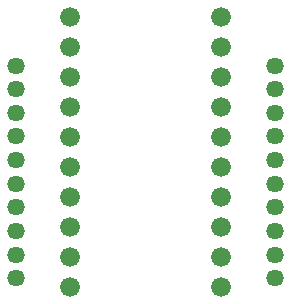
<source format=gbl>
G75*
%MOIN*%
%OFA0B0*%
%FSLAX25Y25*%
%IPPOS*%
%LPD*%
%AMOC8*
5,1,8,0,0,1.08239X$1,22.5*
%
%ADD10C,0.06600*%
%ADD11C,0.05750*%
D10*
X0062833Y0031006D03*
X0062833Y0041006D03*
X0062833Y0051006D03*
X0062833Y0061006D03*
X0062833Y0071006D03*
X0062833Y0081006D03*
X0062833Y0091006D03*
X0062833Y0101006D03*
X0062833Y0111006D03*
X0062833Y0121006D03*
X0113333Y0121006D03*
X0113333Y0111006D03*
X0113333Y0101006D03*
X0113333Y0091006D03*
X0113333Y0081006D03*
X0113333Y0071006D03*
X0113333Y0061006D03*
X0113333Y0051006D03*
X0113333Y0041006D03*
X0113333Y0031006D03*
D11*
X0044707Y0033880D03*
X0044707Y0041754D03*
X0044707Y0049628D03*
X0044707Y0057502D03*
X0044707Y0065376D03*
X0044707Y0073250D03*
X0044707Y0081124D03*
X0044707Y0088998D03*
X0044707Y0096872D03*
X0044707Y0104746D03*
X0131321Y0104746D03*
X0131321Y0096872D03*
X0131321Y0088998D03*
X0131321Y0081124D03*
X0131321Y0073250D03*
X0131321Y0065376D03*
X0131321Y0057502D03*
X0131321Y0049628D03*
X0131321Y0041754D03*
X0131321Y0033880D03*
M02*

</source>
